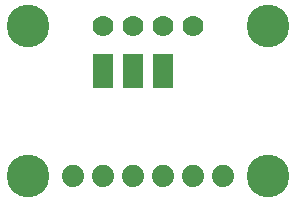
<source format=gbr>
G04 EAGLE Gerber RS-274X export*
G75*
%MOMM*%
%FSLAX34Y34*%
%LPD*%
%INSoldermask Bottom*%
%IPPOS*%
%AMOC8*
5,1,8,0,0,1.08239X$1,22.5*%
G01*
%ADD10C,1.879600*%
%ADD11C,3.617600*%
%ADD12C,1.778000*%
%ADD13R,1.651000X2.921000*%


D10*
X13970Y-19685D03*
X39370Y-19685D03*
X64770Y-19685D03*
X90170Y-19685D03*
X115570Y-19685D03*
X140970Y-19685D03*
D11*
X-24130Y107315D03*
X179070Y107315D03*
X-24130Y-19685D03*
X179070Y-19685D03*
D12*
X39370Y107315D03*
X64770Y107315D03*
X90170Y107315D03*
X115570Y107315D03*
D13*
X39370Y69215D03*
X64770Y69215D03*
X90170Y69215D03*
M02*

</source>
